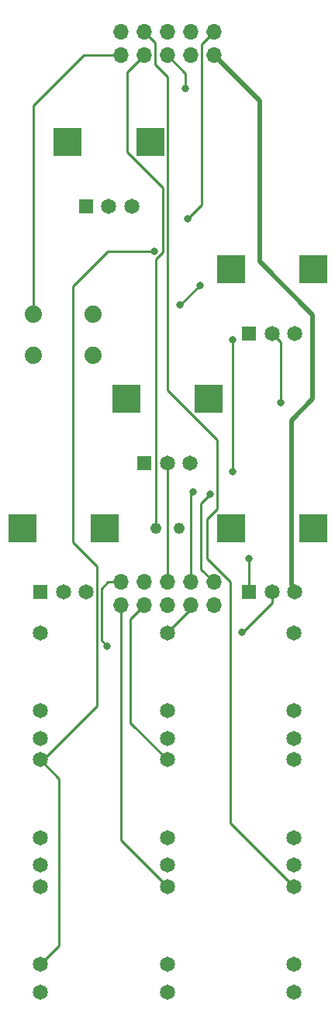
<source format=gbl>
%TF.GenerationSoftware,KiCad,Pcbnew,7.0.8*%
%TF.CreationDate,2024-02-25T17:45:40-05:00*%
%TF.ProjectId,lichen-bifocals-control-board,6c696368-656e-42d6-9269-666f63616c73,1.0*%
%TF.SameCoordinates,Original*%
%TF.FileFunction,Copper,L2,Bot*%
%TF.FilePolarity,Positive*%
%FSLAX46Y46*%
G04 Gerber Fmt 4.6, Leading zero omitted, Abs format (unit mm)*
G04 Created by KiCad (PCBNEW 7.0.8) date 2024-02-25 17:45:40*
%MOMM*%
%LPD*%
G01*
G04 APERTURE LIST*
%TA.AperFunction,ComponentPad*%
%ADD10C,1.650000*%
%TD*%
%TA.AperFunction,ComponentPad*%
%ADD11R,1.650000X1.650000*%
%TD*%
%TA.AperFunction,ComponentPad*%
%ADD12R,3.116000X3.116000*%
%TD*%
%TA.AperFunction,ComponentPad*%
%ADD13C,1.219200*%
%TD*%
%TA.AperFunction,ComponentPad*%
%ADD14C,1.879600*%
%TD*%
%TA.AperFunction,ComponentPad*%
%ADD15O,1.700000X1.700000*%
%TD*%
%TA.AperFunction,ViaPad*%
%ADD16C,0.800000*%
%TD*%
%TA.AperFunction,Conductor*%
%ADD17C,0.250000*%
%TD*%
%TA.AperFunction,Conductor*%
%ADD18C,0.500000*%
%TD*%
G04 APERTURE END LIST*
D10*
%TO.P,J9,GND,GND*%
%TO.N,GND*%
X134004000Y-216929000D03*
%TO.P,J9,NORM,NORM*%
%TO.N,unconnected-(J9-PadNORM)*%
X134004000Y-213929000D03*
%TO.P,J9,TIP,TIP*%
%TO.N,AUDIO_OUT_R*%
X134004000Y-205429000D03*
%TD*%
%TO.P,J6,GND,GND*%
%TO.N,GND*%
X106297000Y-203077000D03*
%TO.P,J6,NORM,NORM*%
%TO.N,unconnected-(J6-PadNORM)*%
X106297000Y-200077000D03*
%TO.P,J6,TIP,TIP*%
%TO.N,AUDIO_IN_L*%
X106297000Y-191577000D03*
%TD*%
D11*
%TO.P,VR5,1,1*%
%TO.N,GND*%
X129087000Y-173284000D03*
D10*
%TO.P,VR5,2,2*%
%TO.N,POT_5_CV_10*%
X131587000Y-173284000D03*
%TO.P,VR5,3,3*%
%TO.N,+3.3V*%
X134087000Y-173284000D03*
D12*
%TO.P,VR5,CHASSIS1*%
%TO.N,N/C*%
X127087000Y-166284000D03*
%TO.P,VR5,CHASSIS2*%
X136087000Y-166284000D03*
%TD*%
D11*
%TO.P,VR1,1,1*%
%TO.N,GND*%
X111272000Y-131176000D03*
D10*
%TO.P,VR1,2,2*%
%TO.N,POT_1_CV_6*%
X113772000Y-131176000D03*
%TO.P,VR1,3,3*%
%TO.N,+5V*%
X116272000Y-131176000D03*
D12*
%TO.P,VR1,CHASSIS1*%
%TO.N,N/C*%
X109272000Y-124176000D03*
%TO.P,VR1,CHASSIS2*%
X118272000Y-124176000D03*
%TD*%
D11*
%TO.P,VR3,1,1*%
%TO.N,GND*%
X117650000Y-159203000D03*
D10*
%TO.P,VR3,2,2*%
%TO.N,POT_3_CV_8*%
X120150000Y-159203000D03*
%TO.P,VR3,3,3*%
%TO.N,+5V*%
X122650000Y-159203000D03*
D12*
%TO.P,VR3,CHASSIS1*%
%TO.N,N/C*%
X115650000Y-152203000D03*
%TO.P,VR3,CHASSIS2*%
X124650000Y-152203000D03*
%TD*%
D10*
%TO.P,J5,GND,GND*%
%TO.N,GND*%
X120150000Y-216929000D03*
%TO.P,J5,NORM,NORM*%
%TO.N,unconnected-(J5-PadNORM)*%
X120150000Y-213929000D03*
%TO.P,J5,TIP,TIP*%
%TO.N,JACK_CV_5*%
X120150000Y-205429000D03*
%TD*%
D11*
%TO.P,VR4,1,1*%
%TO.N,GND*%
X106316000Y-173284000D03*
D10*
%TO.P,VR4,2,2*%
%TO.N,POT_4_CV_9*%
X108816000Y-173284000D03*
%TO.P,VR4,3,3*%
%TO.N,+3.3V*%
X111316000Y-173284000D03*
D12*
%TO.P,VR4,CHASSIS1*%
%TO.N,N/C*%
X104316000Y-166284000D03*
%TO.P,VR4,CHASSIS2*%
X113316000Y-166284000D03*
%TD*%
D10*
%TO.P,J2,GND,GND*%
%TO.N,GND*%
X120150000Y-189223000D03*
%TO.P,J2,NORM,NORM*%
%TO.N,unconnected-(J2-PadNORM)*%
X120150000Y-186223000D03*
%TO.P,J2,TIP,TIP*%
%TO.N,JACK_CV_2*%
X120150000Y-177723000D03*
%TD*%
%TO.P,J4,GND,GND*%
%TO.N,GND*%
X120150000Y-203077000D03*
%TO.P,J4,NORM,NORM*%
%TO.N,unconnected-(J4-PadNORM)*%
X120150000Y-200077000D03*
%TO.P,J4,TIP,TIP*%
%TO.N,JACK_CV_4*%
X120150000Y-191577000D03*
%TD*%
%TO.P,J3,GND,GND*%
%TO.N,GND*%
X134004000Y-189223000D03*
%TO.P,J3,NORM,NORM*%
%TO.N,unconnected-(J3-PadNORM)*%
X134004000Y-186223000D03*
%TO.P,J3,TIP,TIP*%
%TO.N,JACK_CV_3*%
X134004000Y-177723000D03*
%TD*%
%TO.P,J8,GND,GND*%
%TO.N,GND*%
X134004000Y-203077000D03*
%TO.P,J8,NORM,NORM*%
%TO.N,unconnected-(J8-PadNORM)*%
X134004000Y-200077000D03*
%TO.P,J8,TIP,TIP*%
%TO.N,AUDIO_OUT_L*%
X134004000Y-191577000D03*
%TD*%
D11*
%TO.P,VR2,1,1*%
%TO.N,GND*%
X129087000Y-145057000D03*
D10*
%TO.P,VR2,2,2*%
%TO.N,POT_2_CV_7*%
X131587000Y-145057000D03*
%TO.P,VR2,3,3*%
%TO.N,+5V*%
X134087000Y-145057000D03*
D12*
%TO.P,VR2,CHASSIS1*%
%TO.N,N/C*%
X127087000Y-138057000D03*
%TO.P,VR2,CHASSIS2*%
X136087000Y-138057000D03*
%TD*%
D10*
%TO.P,J7,GND,GND*%
%TO.N,GND*%
X106297000Y-216929000D03*
%TO.P,J7,NORM,NORM*%
%TO.N,AUDIO_IN_L*%
X106297000Y-213929000D03*
%TO.P,J7,TIP,TIP*%
%TO.N,AUDIO_IN_R*%
X106297000Y-205429000D03*
%TD*%
D13*
%TO.P,LED1,A,A*%
%TO.N,LED_CV_OUT*%
X118880000Y-166284000D03*
%TO.P,LED1,K,C*%
%TO.N,GND*%
X121420000Y-166284000D03*
%TD*%
D10*
%TO.P,J1,GND,GND*%
%TO.N,GND*%
X106297000Y-189223000D03*
%TO.P,J1,NORM,NORM*%
%TO.N,unconnected-(J1-PadNORM)*%
X106297000Y-186223000D03*
%TO.P,J1,TIP,TIP*%
%TO.N,JACK_CV_1*%
X106297000Y-177723000D03*
%TD*%
D14*
%TO.P,S1,1,1*%
%TO.N,BUTTON*%
X105564800Y-142909400D03*
%TO.P,S1,2,2*%
X112067200Y-142909400D03*
%TO.P,S1,3,3*%
%TO.N,GND*%
X105564800Y-147430600D03*
%TO.P,S1,4,4*%
X112067200Y-147430600D03*
%TD*%
D15*
%TO.P,H2,1,1*%
%TO.N,JACK_CV_1*%
X125230000Y-174720000D03*
%TO.P,H2,2,2*%
%TO.N,POT_1_CV_6*%
X125230000Y-172180000D03*
%TO.P,H2,3,3*%
%TO.N,JACK_CV_2*%
X122690000Y-174720000D03*
%TO.P,H2,4,4*%
%TO.N,POT_2_CV_7*%
X122690000Y-172180000D03*
%TO.P,H2,5,5*%
%TO.N,JACK_CV_3*%
X120150000Y-174720000D03*
%TO.P,H2,6,6*%
%TO.N,POT_3_CV_8*%
X120150000Y-172180000D03*
%TO.P,H2,7,7*%
%TO.N,JACK_CV_4*%
X117610000Y-174720000D03*
%TO.P,H2,8,8*%
%TO.N,POT_4_CV_9*%
X117610000Y-172180000D03*
%TO.P,H2,9,9*%
%TO.N,JACK_CV_5*%
X115070000Y-174720000D03*
%TO.P,H2,10,10*%
%TO.N,POT_5_CV_10*%
X115070000Y-172180000D03*
%TD*%
%TO.P,H1,1,1*%
%TO.N,+3.3V*%
X125230000Y-114690000D03*
%TO.P,H1,2,2*%
%TO.N,AUDIO_IN_L*%
X125230000Y-112150000D03*
%TO.P,H1,3,3*%
%TO.N,+5V*%
X122690000Y-114690000D03*
%TO.P,H1,4,4*%
%TO.N,AUDIO_IN_R*%
X122690000Y-112150000D03*
%TO.P,H1,5,5*%
%TO.N,GND*%
X120150000Y-114690000D03*
%TO.P,H1,6,6*%
%TO.N,AUDIO_OUT_L*%
X120150000Y-112150000D03*
%TO.P,H1,7,7*%
%TO.N,LED_CV_OUT*%
X117610000Y-114690000D03*
%TO.P,H1,8,8*%
%TO.N,AUDIO_OUT_R*%
X117610000Y-112150000D03*
%TO.P,H1,9,9*%
%TO.N,BUTTON*%
X115070000Y-114690000D03*
%TO.P,H1,10,10*%
%TO.N,unconnected-(H1-Pad10)*%
X115070000Y-112150000D03*
%TD*%
D16*
%TO.N,GND*%
X123690000Y-139780000D03*
X122160000Y-118330000D03*
X129080000Y-169650000D03*
X121550000Y-141920000D03*
%TO.N,POT_1_CV_6*%
X127270000Y-145750000D03*
X127300000Y-160120000D03*
X124860000Y-162580000D03*
%TO.N,POT_2_CV_7*%
X132530000Y-152630000D03*
X122930000Y-162340000D03*
%TO.N,AUDIO_IN_L*%
X118770000Y-136050000D03*
X122360000Y-132530000D03*
%TO.N,POT_5_CV_10*%
X113610000Y-179210000D03*
X128330000Y-177670000D03*
%TD*%
D17*
%TO.N,GND*%
X123690000Y-139780000D02*
X121550000Y-141920000D01*
X129087000Y-169657000D02*
X129080000Y-169650000D01*
X122160000Y-118330000D02*
X122160000Y-116700000D01*
X122160000Y-116700000D02*
X120150000Y-114690000D01*
X129087000Y-173284000D02*
X129087000Y-169657000D01*
%TO.N,LED_CV_OUT*%
X119705000Y-129184620D02*
X115780000Y-125259620D01*
X119705000Y-136140305D02*
X119705000Y-129184620D01*
X115780000Y-116520000D02*
X117610000Y-114690000D01*
X118880000Y-136965305D02*
X119705000Y-136140305D01*
X118880000Y-166284000D02*
X118880000Y-136965305D01*
X115780000Y-125259620D02*
X115780000Y-116520000D01*
%TO.N,JACK_CV_5*%
X115070000Y-200349000D02*
X115070000Y-174720000D01*
X120150000Y-205429000D02*
X115070000Y-200349000D01*
%TO.N,POT_1_CV_6*%
X127190000Y-145750000D02*
X127300000Y-145860000D01*
X127300000Y-160120000D02*
X127300000Y-160030000D01*
X124860000Y-162580000D02*
X123830000Y-163610000D01*
X127300000Y-145860000D02*
X127300000Y-160120000D01*
X123830000Y-163610000D02*
X123830000Y-170780000D01*
X127270000Y-145750000D02*
X127190000Y-145750000D01*
X123830000Y-170780000D02*
X125230000Y-172180000D01*
X127270000Y-145830000D02*
X127270000Y-145830000D01*
X127270000Y-145830000D02*
X127270000Y-145750000D01*
%TO.N,JACK_CV_2*%
X120126000Y-177723000D02*
X122690000Y-175159000D01*
X122690000Y-175159000D02*
X122690000Y-174720000D01*
%TO.N,POT_2_CV_7*%
X122930000Y-162340000D02*
X122690000Y-162580000D01*
X132535000Y-146005000D02*
X131587000Y-145057000D01*
X132535000Y-152735000D02*
X132535000Y-152635000D01*
X132535000Y-152635000D02*
X132530000Y-152630000D01*
X132530000Y-152630000D02*
X132535000Y-152625000D01*
X122690000Y-162580000D02*
X122690000Y-172180000D01*
X132535000Y-152625000D02*
X132535000Y-146005000D01*
%TO.N,POT_3_CV_8*%
X120150000Y-159203000D02*
X120150000Y-172180000D01*
%TO.N,JACK_CV_4*%
X120150000Y-191577000D02*
X116120000Y-187547000D01*
X116120000Y-187547000D02*
X116120000Y-176210000D01*
X116120000Y-176210000D02*
X117610000Y-174720000D01*
%TO.N,BUTTON*%
X115070000Y-114690000D02*
X111050000Y-114690000D01*
X111274204Y-142909400D02*
X111670702Y-142512902D01*
X105564800Y-120175200D02*
X105564800Y-142909400D01*
X111050000Y-114690000D02*
X105564800Y-120175200D01*
%TO.N,AUDIO_IN_L*%
X113660000Y-136050000D02*
X118770000Y-136050000D01*
X122360000Y-132530000D02*
X123865000Y-131025000D01*
X108360000Y-211865000D02*
X108360000Y-193641000D01*
X123865000Y-131025000D02*
X123865000Y-113515000D01*
X118770000Y-136050000D02*
X118770000Y-136030000D01*
X106296000Y-191577000D02*
X106593000Y-191577000D01*
X123865000Y-113515000D02*
X125230000Y-112150000D01*
X106296000Y-213929000D02*
X108360000Y-211865000D01*
X109850000Y-139860000D02*
X113660000Y-136050000D01*
X112490000Y-185680000D02*
X112490000Y-170500000D01*
X106593000Y-191577000D02*
X112490000Y-185680000D01*
X118770000Y-136030000D02*
X118670000Y-136130000D01*
X109850000Y-167860000D02*
X109850000Y-139860000D01*
X108360000Y-193641000D02*
X106296000Y-191577000D01*
X112490000Y-170500000D02*
X109850000Y-167860000D01*
%TO.N,AUDIO_OUT_R*%
X127020000Y-172169620D02*
X124480000Y-169629620D01*
X125585000Y-164210380D02*
X125585000Y-162279695D01*
X127020000Y-198445000D02*
X127020000Y-172169620D01*
X120155000Y-151283620D02*
X120155000Y-117015000D01*
X120155000Y-117015000D02*
X118785000Y-115645000D01*
X134004000Y-205429000D02*
X127020000Y-198445000D01*
X118785000Y-113325000D02*
X117610000Y-112150000D01*
X125570000Y-156698620D02*
X120155000Y-151283620D01*
X118785000Y-115645000D02*
X118785000Y-113325000D01*
X124480000Y-169629620D02*
X124480000Y-165315380D01*
X125585000Y-162279695D02*
X125570000Y-162264695D01*
X124480000Y-165315380D02*
X125585000Y-164210380D01*
X125570000Y-162264695D02*
X125570000Y-156698620D01*
D18*
%TO.N,+3.3V*%
X136040000Y-143030000D02*
X130237000Y-137227000D01*
X133680000Y-154560000D02*
X136040000Y-152200000D01*
X133680000Y-172410000D02*
X133680000Y-154560000D01*
X130237000Y-137227000D02*
X130237000Y-119697000D01*
X130237000Y-119697000D02*
X125230000Y-114690000D01*
X136040000Y-152200000D02*
X136040000Y-143030000D01*
X133750000Y-172480000D02*
X133680000Y-172410000D01*
D17*
%TO.N,POT_5_CV_10*%
X113640000Y-172180000D02*
X115070000Y-172180000D01*
X131587000Y-173284000D02*
X131587000Y-174441000D01*
X112940000Y-172880000D02*
X113640000Y-172180000D01*
X112940000Y-178540000D02*
X112940000Y-172880000D01*
X113610000Y-179210000D02*
X112940000Y-178540000D01*
X131587000Y-174441000D02*
X128358000Y-177670000D01*
X128330000Y-177698000D02*
X128428000Y-177600000D01*
X128330000Y-177670000D02*
X128330000Y-177698000D01*
X128358000Y-177670000D02*
X128330000Y-177670000D01*
%TD*%
M02*

</source>
